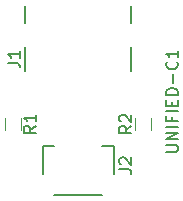
<source format=gto>
G04 #@! TF.GenerationSoftware,KiCad,Pcbnew,(5.0.2)-1*
G04 #@! TF.CreationDate,2019-03-19T21:51:34-07:00*
G04 #@! TF.ProjectId,Unified-Daughterboard,556e6966-6965-4642-9d44-617567687465,rev?*
G04 #@! TF.SameCoordinates,Original*
G04 #@! TF.FileFunction,Legend,Top*
G04 #@! TF.FilePolarity,Positive*
%FSLAX46Y46*%
G04 Gerber Fmt 4.6, Leading zero omitted, Abs format (unit mm)*
G04 Created by KiCad (PCBNEW (5.0.2)-1) date 3/19/2019 9:51:34 PM*
%MOMM*%
%LPD*%
G01*
G04 APERTURE LIST*
%ADD10C,0.150000*%
%ADD11C,0.200000*%
%ADD12C,0.120000*%
%ADD13C,3.602000*%
%ADD14R,0.702000X1.652000*%
%ADD15R,1.302000X1.902000*%
%ADD16R,1.002000X0.602000*%
%ADD17O,1.102000X1.702000*%
%ADD18O,1.102000X2.202000*%
%ADD19C,0.752000*%
%ADD20R,0.402000X1.552000*%
%ADD21R,0.702000X1.552000*%
G04 APERTURE END LIST*
D10*
X46452380Y-42361904D02*
X47261904Y-42361904D01*
X47357142Y-42314285D01*
X47404761Y-42266666D01*
X47452380Y-42171428D01*
X47452380Y-41980952D01*
X47404761Y-41885714D01*
X47357142Y-41838095D01*
X47261904Y-41790476D01*
X46452380Y-41790476D01*
X47452380Y-41314285D02*
X46452380Y-41314285D01*
X47452380Y-40742857D01*
X46452380Y-40742857D01*
X47452380Y-40266666D02*
X46452380Y-40266666D01*
X46928571Y-39457142D02*
X46928571Y-39790476D01*
X47452380Y-39790476D02*
X46452380Y-39790476D01*
X46452380Y-39314285D01*
X47452380Y-38933333D02*
X46452380Y-38933333D01*
X46928571Y-38457142D02*
X46928571Y-38123809D01*
X47452380Y-37980952D02*
X47452380Y-38457142D01*
X46452380Y-38457142D01*
X46452380Y-37980952D01*
X47452380Y-37552380D02*
X46452380Y-37552380D01*
X46452380Y-37314285D01*
X46500000Y-37171428D01*
X46595238Y-37076190D01*
X46690476Y-37028571D01*
X46880952Y-36980952D01*
X47023809Y-36980952D01*
X47214285Y-37028571D01*
X47309523Y-37076190D01*
X47404761Y-37171428D01*
X47452380Y-37314285D01*
X47452380Y-37552380D01*
X47071428Y-36552380D02*
X47071428Y-35790476D01*
X47357142Y-34742857D02*
X47404761Y-34790476D01*
X47452380Y-34933333D01*
X47452380Y-35028571D01*
X47404761Y-35171428D01*
X47309523Y-35266666D01*
X47214285Y-35314285D01*
X47023809Y-35361904D01*
X46880952Y-35361904D01*
X46690476Y-35314285D01*
X46595238Y-35266666D01*
X46500000Y-35171428D01*
X46452380Y-35028571D01*
X46452380Y-34933333D01*
X46500000Y-34790476D01*
X46547619Y-34742857D01*
X47452380Y-33790476D02*
X47452380Y-34361904D01*
X47452380Y-34076190D02*
X46452380Y-34076190D01*
X46595238Y-34171428D01*
X46690476Y-34266666D01*
X46738095Y-34361904D01*
D11*
X43500000Y-33500000D02*
X43500000Y-35500000D01*
X43500000Y-30000000D02*
X43500000Y-31500000D01*
X34500000Y-33500000D02*
X34500000Y-35500000D01*
X34500000Y-30000000D02*
X34500000Y-31500000D01*
D10*
G04 #@! TO.C,J2*
X41000000Y-41850000D02*
X42000000Y-41850000D01*
X42000000Y-41850000D02*
X42000000Y-44250000D01*
X41000000Y-46050000D02*
X37000000Y-46050000D01*
X36000000Y-44250000D02*
X36000000Y-41850000D01*
X36000000Y-41850000D02*
X37000000Y-41850000D01*
D12*
G04 #@! TO.C,R1*
X34180000Y-39500000D02*
X34180000Y-40500000D01*
X32820000Y-40500000D02*
X32820000Y-39500000D01*
G04 #@! TO.C,R2*
X43820000Y-40500000D02*
X43820000Y-39500000D01*
X45180000Y-39500000D02*
X45180000Y-40500000D01*
G04 #@! TO.C,J2*
D10*
X42505380Y-43833333D02*
X43219666Y-43833333D01*
X43362523Y-43880952D01*
X43457761Y-43976190D01*
X43505380Y-44119047D01*
X43505380Y-44214285D01*
X42600619Y-43404761D02*
X42553000Y-43357142D01*
X42505380Y-43261904D01*
X42505380Y-43023809D01*
X42553000Y-42928571D01*
X42600619Y-42880952D01*
X42695857Y-42833333D01*
X42791095Y-42833333D01*
X42933952Y-42880952D01*
X43505380Y-43452380D01*
X43505380Y-42833333D01*
G04 #@! TO.C,R1*
X35402380Y-40166666D02*
X34926190Y-40500000D01*
X35402380Y-40738095D02*
X34402380Y-40738095D01*
X34402380Y-40357142D01*
X34450000Y-40261904D01*
X34497619Y-40214285D01*
X34592857Y-40166666D01*
X34735714Y-40166666D01*
X34830952Y-40214285D01*
X34878571Y-40261904D01*
X34926190Y-40357142D01*
X34926190Y-40738095D01*
X35402380Y-39214285D02*
X35402380Y-39785714D01*
X35402380Y-39500000D02*
X34402380Y-39500000D01*
X34545238Y-39595238D01*
X34640476Y-39690476D01*
X34688095Y-39785714D01*
G04 #@! TO.C,R2*
X43505380Y-40166666D02*
X43029190Y-40500000D01*
X43505380Y-40738095D02*
X42505380Y-40738095D01*
X42505380Y-40357142D01*
X42553000Y-40261904D01*
X42600619Y-40214285D01*
X42695857Y-40166666D01*
X42838714Y-40166666D01*
X42933952Y-40214285D01*
X42981571Y-40261904D01*
X43029190Y-40357142D01*
X43029190Y-40738095D01*
X42600619Y-39785714D02*
X42553000Y-39738095D01*
X42505380Y-39642857D01*
X42505380Y-39404761D01*
X42553000Y-39309523D01*
X42600619Y-39261904D01*
X42695857Y-39214285D01*
X42791095Y-39214285D01*
X42933952Y-39261904D01*
X43505380Y-39833333D01*
X43505380Y-39214285D01*
G04 #@! TO.C,J1*
X33052380Y-34833333D02*
X33766666Y-34833333D01*
X33909523Y-34880952D01*
X34004761Y-34976190D01*
X34052380Y-35119047D01*
X34052380Y-35214285D01*
X34052380Y-33833333D02*
X34052380Y-34404761D01*
X34052380Y-34119047D02*
X33052380Y-34119047D01*
X33195238Y-34214285D01*
X33290476Y-34309523D01*
X33338095Y-34404761D01*
G04 #@! TD*
%LPC*%
D13*
G04 #@! TO.C,MH1*
X32000000Y-32000000D03*
G04 #@! TD*
G04 #@! TO.C,MH2*
X46000000Y-32000000D03*
G04 #@! TD*
G04 #@! TO.C,MH3*
X32000000Y-44500000D03*
G04 #@! TD*
G04 #@! TO.C,MH4*
X46000000Y-44500000D03*
G04 #@! TD*
D14*
G04 #@! TO.C,J2*
X39500000Y-41475000D03*
X40500000Y-41475000D03*
X38500000Y-41475000D03*
X37500000Y-41475000D03*
D15*
X36200000Y-45350000D03*
X41800000Y-45350000D03*
G04 #@! TD*
D16*
G04 #@! TO.C,R1*
X33500000Y-40750000D03*
X33500000Y-39250000D03*
G04 #@! TD*
G04 #@! TO.C,R2*
X44500000Y-39250000D03*
X44500000Y-40750000D03*
G04 #@! TD*
D17*
G04 #@! TO.C,J1*
X34680000Y-32600000D03*
X43320000Y-32600000D03*
D18*
X34680000Y-36780000D03*
X43320000Y-36780000D03*
D19*
X41890000Y-36250000D03*
X36110000Y-36250000D03*
D20*
X39250000Y-37695000D03*
X38750000Y-37695000D03*
X38250000Y-37695000D03*
X39750000Y-37695000D03*
X37750000Y-37695000D03*
X40250000Y-37695000D03*
X37250000Y-37695000D03*
X40750000Y-37695000D03*
D21*
X41450000Y-37695000D03*
X36550000Y-37695000D03*
X42225000Y-37695000D03*
X35775000Y-37695000D03*
G04 #@! TD*
M02*

</source>
